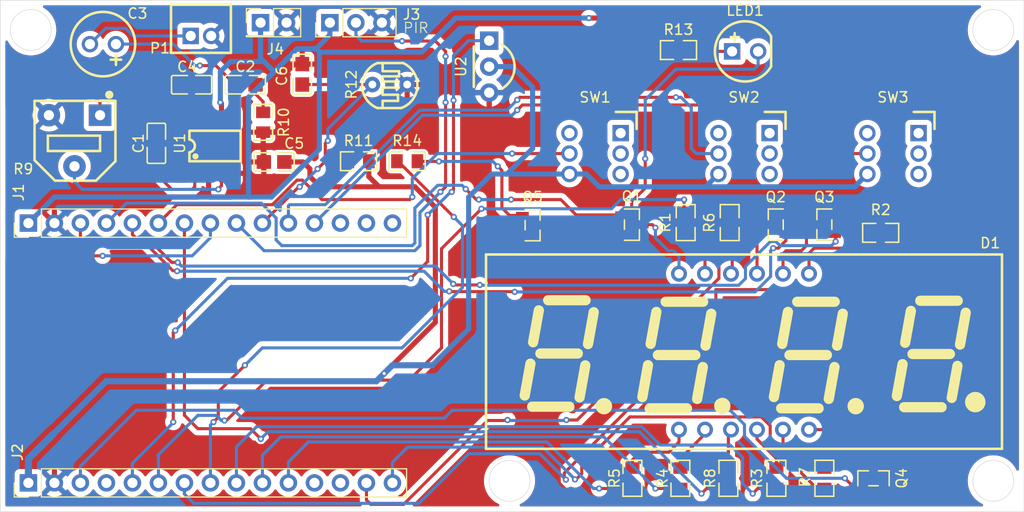
<source format=kicad_pcb>
(kicad_pcb (version 20241229) (generator "pcbnew") (generator_version "9.0")
  (layers (0 "F.Cu" signal) (2 "B.Cu" signal) (13 "F.Paste" user) (15 "B.Paste" user) (5 "F.SilkS" user "F.Silkscreen") (7 "B.SilkS" user "B.Silkscreen") (1 "F.Mask" user) (3 "B.Mask" user) (25 "Edge.Cuts" user))
  (net 0 "")
  (net 1 "/D13")
  (net 2 "/D12")
  (net 3 "Net-(C1-Pad1)")
  (net 4 "Net-(D1-DP)")
  (net 5 "Net-(C1-Pad2)")
  (net 6 "/D18")
  (net 8 "Net-(D1-C)")
  (net 11 "/D33")
  (net 12 "/D32")
  (net 13 "/D27")
  (net 14 "/D15")
  (net 15 "Net-(D1-E)")
  (net 16 "/D17")
  (net 18 "/D19")
  (net 19 "/D5")
  (net 20 "unconnected-(J2-Pin_13-Pad13)")
  (net 21 "/D16")
  (net 22 "Net-(D1-D)")
  (net 23 "+3V3")
  (net 25 "Net-(D1-B)")
  (net 26 "/D4")
  (net 27 "GND")
  (net 28 "Net-(D1-A)")
  (net 29 "Net-(D1-G)")
  (net 30 "Net-(D1-F)")
  (net 31 "/D26_DP")
  (net 32 "/D14")
  (net 33 "/D21")
  (net 34 "/D23")
  (net 35 "/D22")
  (net 36 "/COM1")
  (net 37 "/COM4")
  (net 38 "/COM2")
  (net 39 "/COM3")
  (net 40 "VS")
  (net 41 "Net-(C2-Pad2)")
  (net 42 "Net-(C3-Pad2)")
  (net 43 "/D25")
  (net 44 "Net-(U1-+INPUT)")
  (net 45 "Net-(U1-OUTPUT)")
  (net 46 "Net-(U1-BYPASS)")
  (net 47 "/D34")
  (net 48 "/D35")
  (net 61 "Net-(LED1-K)")
  (net 62 "Net-(LED1-A)")
  (net 63 "Net-(Q5-B)")
  (footprint "easyeda2kicad:C0805" (layer "F.Cu") (at 98.69 98.27)
    (property "Reference" "C4")
    (property "Value" "CL21A106KAYNNNE")
  )
  (footprint "easyeda2kicad:R0805" (layer "F.Cu") (at 151.125 136.75 90)
    (property "Reference" "R8")
    (property "Value" "0805W8F3300T5E")
  )
  (footprint "easyeda2kicad:SW-TH_6P-L7.0-W7.0-P2.00" (layer "F.Cu") (at 167.2 105)
    (property "Reference" "SW3")
    (property "Value" "PS-7054DVB-6PN")
  )
  (footprint "easyeda2kicad:R0805" (layer "F.Cu") (at 146.95 111.75 -90)
    (property "Reference" "R1")
    (property "Value" "0805W8F3300T5E")
  )
  (footprint "easyeda2kicad:SW-TH_6P-L7.0-W7.0-P2.00" (layer "F.Cu") (at 152.65 105)
    (property "Reference" "SW2")
    (property "Value" "PS-7054DVB-6PN")
  )
  (footprint "easyeda2kicad:SW-TH_6P-L7.0-W7.0-P2.00" (layer "F.Cu") (at 138.1 105)
    (property "Reference" "SW1")
    (property "Value" "PS-7054DVB-6PN")
  )
  (footprint "easyeda2kicad:R0805" (layer "F.Cu") (at 151.25 111.75 -90)
    (property "Reference" "R6")
    (property "Value" "0805W8F3300T5E")
  )
  (footprint "easyeda2kicad:RES-TH_L5.1-W4.3-P3.40-D0.5" (layer "F.Cu") (at 118.05 98.25 90)
    (property "Reference" "R12")
    (property "Value" "GL5516")
  )
  (footprint "Connector_PinHeader_2.54mm:PinHeader_1x15_P2.54mm_Vertical" (layer "F.Cu") (at 82.75 111.8 90)
    (property "Reference" "J1")
    (property "Value" "Conn_01x15_Pin")
  )
  (footprint "easyeda2kicad:R0805_NEW" (layer "F.Cu") (at 105.68 101.94 -90)
    (property "Reference" "R10")
    (property "Value" "0805W8F100JT5E")
  )
  (footprint "easyeda2kicad:SOT-23-3_L2.9-W1.3-P1.90-LS2.4-BR" (layer "F.Cu") (at 155.75 111.95)
    (property "Reference" "Q2")
    (property "Value" "BS170FTA_C5236685")
  )
  (footprint "easyeda2kicad:LED-SEG-TH_FJ5461AH" (layer "F.Cu") (at 152.65 124.37)
    (property "Reference" "D1")
    (property "Value" "FJ5461AH red")
  )
  (footprint "easyeda2kicad:SOP-8_L4.9-W3.9-P1.27-LS6.0-BL" (layer "F.Cu") (at 100.98 104.25)
    (property "Reference" "U1")
    (property "Value" "LM386G-S08-R")
  )
  (footprint "easyeda2kicad:R0805" (layer "F.Cu") (at 155.8125 136.75 90)
    (property "Reference" "R3")
    (property "Value" "0805W8F3300T5E")
  )
  (footprint "easyeda2kicad:SOT-23-3_L2.9-W1.3-P1.90-LS2.4-BR" (layer "F.Cu") (at 160.5 111.95)
    (property "Reference" "Q3")
    (property "Value" "BS170FTA_C5236685")
  )
  (footprint "easyeda2kicad:R0805" (layer "F.Cu") (at 115 105.75)
    (property "Reference" "R11")
    (property "Value" "0805W8F1002T5E")
  )
  (footprint "Connector_PinHeader_2.54mm:PinHeader_2x01_P2.54mm_Vertical" (layer "F.Cu") (at 105.425 92.2)
    (property "Reference" "J4")
    (property "Value" "Conn_01x02_Pin")
  )
  (footprint "easyeda2kicad:CONN-TH_2P-P2.00_PH-2A_C2319" (layer "F.Cu") (at 99.6 93.5 180)
    (property "Reference" "P1")
    (property "Value" "PH-2A_C2319")
  )
  (footprint "easyeda2kicad:RES-ADJ-SMD_RM065-V1" (layer "F.Cu") (at 87.25 103.75 180)
    (property "Reference" "R9")
    (property "Value" "RM065-103(10K)")
  )
  (footprint "easyeda2kicad:CAP-TH_BD6.3-P2.50-D1.0-FD" (layer "F.Cu") (at 90.03 94.3 180)
    (property "Reference" "C3")
    (property "Value" "220uF 16V 6.3*7")
  )
  (footprint "easyeda2kicad:SOT-23-3_L2.9-W1.3-P1.90-LS2.4-BR" (layer "F.Cu") (at 132 112 180)
    (property "Reference" "Q5")
    (property "Value" "SS8050_C2150")
  )
  (footprint "easyeda2kicad:R0805" (layer "F.Cu") (at 146.25 94.88)
    (property "Reference" "R13")
    (property "Value" "0805W8F3300T5E")
  )
  (footprint "easyeda2kicad:C0805" (layer "F.Cu") (at 103.94 98.27)
    (property "Reference" "C2")
    (property "Value" "CL21B473KBCNNNC")
  )
  (footprint "easyeda2kicad:LED-TH_BD5.8-P2.54-RD" (layer "F.Cu") (at 152.76 95.01)
    (property "Reference" "LED1")
    (property "Value" "DY-324SVRC-H23-P-A4(FH)")
  )
  (footprint "Connector_PinHeader_2.54mm:PinHeader_1x15_P2.54mm_Vertical" (layer "F.Cu") (at 82.75 137.2 90)
    (property "Reference" "J2")
    (property "Value" "Conn_01x15_Pin")
  )
  (footprint "easyeda2kicad:R0805" (layer "F.Cu") (at 160.5 136.75 90)
    (property "Reference" "R7")
    (property "Value" "0805W8F3300T5E")
  )
  (footprint "easyeda2kicad:C0805" (layer "F.Cu") (at 109.5 97.25 90)
    (property "Reference" "C6")
    (property "Value" "C0805X104K251T")
  )
  (footprint "easyeda2kicad:C0805" (layer "F.Cu") (at 106.75 105.82 180)
    (property "Reference" "C5")
    (property "Value" "C0805X104K251T")
  )
  (footprint "easyeda2kicad:R0805" (layer "F.Cu") (at 141.75 136.75 90)
    (property "Reference" "R5")
    (property "Value" "0805W8F3300T5E")
  )
  (footprint "Connector_PinHeader_2.54mm:PinHeader_1x03_P2.54mm_Vertical" (layer "F.Cu") (at 112.2 92.2 90)
    (property "Reference" "J3")
    (property "Value" "Conn_01x03_Pin")
  )
  (footprint "easyeda2kicad:SOT-23-3_L2.9-W1.3-P1.90-LS2.4-BR" (layer "F.Cu") (at 141.7 111.95 180)
    (property "Reference" "Q1")
    (property "Value" "BS170FTA_C5236685")
  )
  (footprint "easyeda2kicad:R0805" (layer "F.Cu") (at 146.4375 136.75 90)
    (property "Reference" "R4")
    (property "Value" "0805W8F3300T5E")
  )
  (footprint "easyeda2kicad:TO-92-3_L4.8-W3.7-P2.54-L" (layer "F.Cu") (at 127.757724 96.5 -90)
    (property "Reference" "U2")
    (property "Value" "TMP36GT9Z(UMW)")
  )
  (footprint "easyeda2kicad:R0805" (layer "F.Cu") (at 119.75 105.75 180)
    (property "Reference" "R14")
    (property "Value" "0805W8F1002T5E")
  )
  (footprint "easyeda2kicad:C0805" (layer "F.Cu") (at 95.25 104 90)
    (property "Reference" "C1")
    (property "Value" "CL21A106KAYNNNE")
  )
  (footprint "easyeda2kicad:R0805" (layer "F.Cu") (at 166 112.75 180)
    (property "Reference" "R2")
    (property "Value" "0805W8F3300T5E")
  )
  (footprint "easyeda2kicad:SOT-23-3_L2.9-W1.3-P1.90-LS2.4-BR" (layer "F.Cu") (at 165.3 136.75 -90)
    (property "Reference" "Q4")
    (property "Value" "BS170FTA_C5236685")
  )
  (gr_rect (start 80 90.01) (end 180 140) (stroke (width 0.05)) (fill no) (layer "Edge.Cuts"))
  (gr_circle (center 129.75 137) (end 131.75 137) (stroke (width 0.05)) (fill no) (layer "Edge.Cuts"))
  (gr_circle (center 177 92.91) (end 179 92.91) (stroke (width 0.05)) (fill no) (layer "Edge.Cuts"))
  (gr_circle (center 82.98 92.91) (end 84.98 92.91) (stroke (width 0.05)) (fill no) (layer "Edge.Cuts"))
  (gr_circle (center 177 137) (end 179 137) (stroke (width 0.05)) (fill no) (layer "Edge.Cuts"))
  (gr_text "PIR" (at 119.3 93.3 0) (layer "F.SilkS") (effects (font (size 1 1) (thickness 0.1)) (justify left bottom)))
  (segment (start 126.75 118.5) (end 130.224 118.5) (width 0.3) (layer "F.Cu") (net 1))
  (segment (start 87.83 113.33) (end 87.83 111.8) (width 0.3) (layer "F.Cu") (net 1))
  (segment (start 97.243391 116.46051) (end 96.861989 116.46051) (width 0.3) (layer "F.Cu") (net 1))
  (segment (start 155.5 114.25) (end 156 114.25) (width 0.3) (layer "F.Cu") (net 1))
  (segment (start 96.861989 116.46051) (end 94.15148 113.75) (width 0.3) (layer "F.Cu") (net 1))
  (segment (start 94.15148 113.75) (end 88.25 113.75) (width 0.3) (layer "F.Cu") (net 1))
  (segment (start 130.224 118.5) (end 130.25 118.526) (width 0.3) (layer "F.Cu") (net 1))
  (segment (start 126.746679 118.496679) (end 126.75 118.5) (width 0.3) (layer "F.Cu") (net 1))
  (segment (start 156 114.25) (end 156.75 113.5) (width 0.3) (layer "F.Cu") (net 1))
  (segment (start 123.8837 118.496679) (end 126.746679 118.496679) (width 0.3) (layer "F.Cu") (net 1))
  (segment (start 88.25 113.75) (end 87.83 113.33) (width 0.3) (layer "F.Cu") (net 1))
  (segment (start 156.75 113.5) (end 156.75 112.9) (width 0.3) (layer "F.Cu") (net 1))
  (segment (start 123.858391 118.47137) (end 123.8837 118.496679) (width 0.3) (layer "F.Cu") (net 1))
  (segment (start 97.273691 116.49081) (end 97.243391 116.46051) (width 0.3) (layer "F.Cu") (net 1))
  (via (at 130.25 118.526) (size 0.6) (drill 0.3) (layers "F.Cu" "B.Cu") (net 1))
  (via (at 97.273691 116.49081) (size 0.6) (drill 0.3) (layers "F.Cu" "B.Cu") (net 1))
  (via (at 123.858391 118.47137) (size 0.6) (drill 0.3) (layers "F.Cu" "B.Cu") (net 1))
  (via (at 155.5 114.25) (size 0.6) (drill 0.3) (layers "F.Cu" "B.Cu") (net 1))
  (segment (start 130.25 118.526) (end 153.736405 118.526) (width 0.3) (layer "B.Cu") (net 1))
  (segment (start 123.37137 118.47137) (end 123.858391 118.47137) (width 0.3) (layer "B.Cu") (net 1))
  (segment (start 97.303991 116.46051) (end 97.361902 116.46051) (width 0.3) (layer "B.Cu") (net 1))
  (segment (start 97.361902 116.46051) (end 97.402392 116.501) (width 0.3) (layer "B.Cu") (net 1))
  (segment (start 97.402392 116.501) (end 121.401 116.501) (width 0.3) (layer "B.Cu") (net 1))
  (segment (start 155.25 114.5) (end 155.5 114.25) (width 0.3) (layer "B.Cu") (net 1))
  (segment (start 153.736405 118.526) (end 155.25 117.012405) (width 0.3) (layer "B.Cu") (net 1))
  (segment (start 155.25 117.012405) (end 155.25 114.5) (width 0.3) (layer "B.Cu") (net 1))
  (segment (start 97.273691 116.49081) (end 97.303991 116.46051) (width 0.3) (layer "B.Cu") (net 1))
  (segment (start 121.401 116.501) (end 123.37137 118.47137) (width 0.3) (layer "B.Cu") (net 1))
  (segment (start 129.9 109.5) (end 134.75 109.5) (width 0.3) (layer "F.Cu") (net 2))
  (segment (start 134.75 109.5) (end 136.25 111) (width 0.3) (layer "F.Cu") (net 2))
  (segment (start 136.25 111) (end 140.7 111) (width 0.3) (layer "F.Cu") (net 2))
  (segment (start 126.5 109.5) (end 126.75 109.5) (width 0.3) (layer "F.Cu") (net 2))
  (segment (start 125.469669 108.469669) (end 126.5 109.5) (width 0.3) (layer "F.Cu") (net 2))
  (via (at 129.9 109.5) (size 0.6) (drill 0.3) (layers "F.Cu" "B.Cu") (net 2))
  (via (at 126.75 109.5) (size 0.6) (drill 0.3) (layers "F.Cu" "B.Cu") (net 2))
  (via (at 125.469669 108.469669) (size 0.6) (drill 0.3) (layers "F.Cu" "B.Cu") (net 2))
  (segment (start 106.823236 111.176764) (end 106.949 111.302529) (width 0.3) (layer "B.Cu") (net 2))
  (segment (start 107.501 113.999) (end 120.251 113.999) (width 0.3) (layer "B.Cu") (net 2))
  (segment (start 120.499 113.751) (end 120.499 110.330346) (width 0.3) (layer "B.Cu") (net 2))
  (segment (start 105.497471 109.851) (end 106.823236 111.176764) (width 0.3) (layer "B.Cu") (net 2))
  (segment (start 107.5 114) (end 107.501 113.999) (width 0.3) (layer "B.Cu") (net 2))
  (segment (start 120.251 113.999) (end 120.499 113.751) (width 0.3) (layer "B.Cu") (net 2))
  (segment (start 122.730346 108.099) (end 125.099 108.099) (width 0.3) (layer "B.Cu") (net 2))
  (segment (start 125.099 108.099) (end 125.469669 108.469669) (width 0.3) (layer "B.Cu") (net 2))
  (segment (start 92.319 109.851) (end 105.497471 109.851) (width 0.3) (layer "B.Cu") (net 2))
  (segment (start 120.499 110.330346) (end 122.730346 108.099) (width 0.3) (layer "B.Cu") (net 2))
  (segment (start 90.37 111.8) (end 92.319 109.851) (width 0.3) (layer "B.Cu") (net 2))
  (segment (start 126.75 109.5) (end 129.9 109.5) (width 0.3) (layer "B.Cu") (net 2))
  (segment (start 106.949 113.449) (end 107.5 114) (width 0.3) (layer "B.Cu") (net 2))
  (segment (start 106.949 111.302529) (end 106.949 113.449) (width 0.3) (layer "B.Cu") (net 2))
  (segment (start 99 108.25) (end 98.75 108.5) (width 0.3) (layer "F.Cu") (net 3))
  (segment (start 95.25 107) (end 95.25 105) (width 0.3) (layer "F.Cu") (net 3))
  (segment (start 99 107) (end 99 108.25) (width 0.3) (layer "F.Cu") (net 3))
  (segment (start 96.75 108.5) (end 95.25 107) (width 0.3) (layer "F.Cu") (net 3))
  (segment (start 99.07 106.93) (end 99 107) (width 0.3) (layer "F.Cu") (net 3))
  (segment (start 98.75 108.5) (end 96.75 108.5) (width 0.3) (layer "F.Cu") (net 3))
  (segment (start 151.125 132.245) (end 151.38 131.99) (width 0.3) (layer "F.Cu") (net 4))
  (segment (start 151.125 135.75) (end 151.125 132.245) (width 0.3) (layer "F.Cu") (net 4))
  (segment (start 95.25 100.75) (end 95.25 103) (width 0.3) (layer "F.Cu") (net 5))
  (segment (start 96 100) (end 95.25 100.75) (width 0.3) (layer "F.Cu") (net 5))
  (segment (start 98.75 100) (end 96 100) (width 0.3) (layer "F.Cu") (net 5))
  (segment (start 99.07 101.57) (end 99.07 100.32) (width 0.3) (layer "F.Cu") (net 5))
  (segment (start 99.07 100.32) (end 98.75 100) (width 0.3) (layer "F.Cu") (net 5))
  (segment (start 155.8125 137.75) (end 154 137.75) (width 0.3) (layer "F.Cu") (net 6))
  (segment (start 154 137.75) (end 153.5 138.25) (width 0.3) (layer "F.Cu") (net 6))
  (via (at 153.5 138.25) (size 0.6) (drill 0.3) (layers "F.Cu" "B.Cu") (net 6))
  (segment (start 142.65852 131.7) (end 105.05 131.7) (width 0.3) (layer "B.Cu") (net 6))
  (segment (start 103.07 133.68) (end 103.07 137.2) (width 0.3) (layer "B.Cu") (net 6))
  (segment (start 153.5 138.25) (end 152.506 137.256) (width 0.3) (layer "B.Cu") (net 6))
  (segment (start 105.05 131.7) (end 103.07 133.68) (width 0.3) (layer "B.Cu") (net 6))
  (segment (start 151.297594 133.5) (end 144.45852 133.5) (width 0.3) (layer "B.Cu") (net 6))
  (segment (start 144.45852 133.5) (end 142.65852 131.7) (width 0.3) (layer "B.Cu") (net 6))
  (segment (start 152.506 137.256) (end 152.506 134.708406) (width 0.3) (layer "B.Cu") (net 6))
  (segment (start 152.506 134.708406) (end 151.297594 133.5) (width 0.3) (layer "B.Cu") (net 6))
  (segment (start 153.92 132.92) (end 153.92 131.99) (width 0.3) (layer "F.Cu") (net 8))
  (segment (start 155.8125 135.75) (end 155.8125 134.8125) (width 0.3) (layer "F.Cu") (net 8))
  (segment (start 155.8125 134.8125) (end 153.92 132.92) (width 0.3) (layer "F.Cu") (net 8))
  (segment (start 119.25 94) (end 122.5 94) (width 0.3) (layer "F.Cu") (net 11))
  (segment (start 122.5 94) (end 123.5 95) (width 0.3) (layer "F.Cu") (net 11))
  (segment (start 123.5 100) (end 123.5 108.25) (width 0.3) (layer "F.Cu") (net 11))
  (segment (start 123.5 108.25) (end 123 108.75) (width 0.3) (layer "F.Cu") (net 11))
  (segment (start 123.5 95) (end 123.5 95.5) (width 0.3) (layer "F.Cu") (net 11))
  (via (at 123.5 95.5) (size 0.6) (drill 0.3) (layers "F.Cu" "B.Cu") (net 11))
  (via (at 123 108.75) (size 0.6) (drill 0.3) (layers "F.Cu" "B.Cu") (net 11))
  (via (at 119.25 94) (size 0.6) (drill 0.3) (layers "F.Cu" "B.Cu") (net 11))
  (via (at 123.5 100) (size 0.6) (drill 0.3) (layers "F.Cu" "B.Cu") (net 11))
  (segment (start 121 114) (end 120.5 114.5) (width 0.3) (layer "B.Cu") (net 11))
  (segment (start 114.74 93.44) (end 114.74 92.2) (width 0.3) (layer "B.Cu") (net 11))
  (segment (start 121 110.75) (end 121 114) (width 0.3) (layer "B.Cu") (net 11))
  (segment (start 105.77 114.5) (end 103.07 111.8) (width 0.3) (layer "B.Cu") (net 11))
  (segment (start 120.5 114.5) (end 105.77 114.5) (width 0.3) (layer "B.Cu") (net 11))
  (segment (start 115.3 94) (end 114.74 93.44) (width 0.3) (layer "B.Cu") (net 11))
  (segment (start 114.6 91.66) (end 114.76 91.5) (width 0.3) (layer "B.Cu") (net 11))
  (segment (start 119.25 94) (end 115.3 94) (width 0.3) (layer "B.Cu") (net 11))
  (segment (start 123.5 95.5) (end 123.5 100) (width 0.3) (layer "B.Cu") (net 11))
  (segment (start 123 108.75) (end 121 110.75) (width 0.3) (layer "B.Cu") (net 11))
  (segment (start 114 105.75) (end 111.75 105.75) (width 0.3) (layer "F.Cu") (net 12))
  (segment (start 116.35 98.25) (end 109.5 98.25) (width 0.3) (layer "F.Cu") (net 12))
  (segment (start 111.75 105.75) (end 111.75 104) (width 0.3) (layer "F.Cu") (net 12))
  (segment (start 109.16 108.25) (end 109.25 108.25) (width 0.3) (layer "F.Cu") (net 12))
  (segment (start 111 106.5) (end 111.75 105.75) (width 0.3) (layer "F.Cu") (net 12))
  (segment (start 111.75 104) (end 112 103.75) (width 0.3) (layer "F.Cu") (net 12))
  (segment (start 105.61 111.8) (end 109.16 108.25) (width 0.3) (layer "F.Cu") (net 12))
  (via (at 111 106.5) (size 0.6) (drill 0.3) (layers "F.Cu" "B.Cu") (net 12))
  (via (at 109.25 108.25) (size 0.6) (drill 0.3) (layers "F.Cu" "B.Cu") (net 12))
  (via (at 112 103.75) (size 0.6) (drill 0.3) (layers "F.Cu" "B.Cu") (net 12))
  (segment (start 112 102.6) (end 116.35 98.25) (width 0.3) (layer "B.Cu") (net 12))
  (segment (start 112 103.75) (end 112 102.6) (width 0.3) (layer "B.Cu") (net 12))
  (segment (start 109.25 108.25) (end 111 106.5) (width 0.3) (layer "B.Cu") (net 12))
  (segment (start 106.579346 110) (end 97.25 110) (width 0.3) (layer "F.Cu") (net 13))
  (segment (start 108.980346 107.599) (end 106.579346 110) (width 0.3) (layer "F.Cu") (net 13))
  (segment (start 130 105) (end 135.6 105) (width 0.3) (layer "F.Cu") (net 13))
  (segment (start 120 109.5) (end 111.420654 109.5) (width 0.3) (layer "F.Cu") (net 13))
  (segment (start 111.420654 109.5) (end 109.519654 107.599) (width 0.3) (layer "F.Cu") (net 13))
  (segment (start 120.25 109.25) (end 120 109.5) (width 0.3) (layer "F.Cu") (net 13))
  (segment (start 109.519654 107.599) (end 108.980346 107.599) (width 0.3) (layer "F.Cu") (net 13))
  (segment (start 97.25 110) (end 95.45 111.8) (width 0.3) (layer "F.Cu") (net 13))
  (via (at 130 105) (size 0.6) (drill 0.3) (layers "F.Cu" "B.Cu") (net 13))
  (via (at 120.25 109.25) (size 0.6) (drill 0.3) (layers "F.Cu" "B.Cu") (net 13))
  (segment (start 120.25 109.25) (end 120.25 107.45) (width 0.3) (layer "B.Cu") (net 13))
  (segment (start 120.25 107.45) (end 122.7 105) (width 0.3) (layer "B.Cu") (net 13))
  (segment (start 122.7 105) (end 130 105) (width 0.3) (layer "B.Cu") (net 13))
  (segment (start 163.5 137.75) (end 162.5 136.75) (width 0.3) (layer "F.Cu") (net 14))
  (segment (start 164.35 137.75) (end 163.5 137.75) (width 0.3) (layer "F.Cu") (net 14))
  (via (at 162.5 136.75) (size 0.6) (drill 0.3) (layers "F.Cu" "B.Cu") (net 14))
  (segment (start 87.83 135.57) (end 87.83 137.2) (width 0.3) (layer "B.Cu") (net 14))
  (segment (start 162.5 136.75) (end 156.799595 136.75) (width 0.3) (layer "B.Cu") (net 14))
  (segment (start 151.3 130.1) (end 124.15 130.1) (width 0.3) (layer "B.Cu") (net 14))
  (segment (start 102.85 130.1) (end 93.3 130.1) (width 0.3) (layer "B.Cu") (net 14))
  (segment (start 156.799595 136.75) (end 152.7 132.650405) (width 0.3) (layer "B.Cu") (net 14))
  (segment (start 152.7 131.5) (end 151.3 130.1) (width 0.3) (layer "B.Cu") (net 14))
  (segment (start 124.15 130.1) (end 123.386 130.864) (width 0.3) (layer "B.Cu") (net 14))
  (segment (start 152.7 132.650405) (end 152.7 131.5) (width 0.3) (layer "B.Cu") (net 14))
  (segment (start 103.625 130.875) (end 102.85 130.1) (width 0.3) (layer "B.Cu") (net 14))
  (segment (start 93.3 130.1) (end 87.83 135.57) (width 0.3) (layer "B.Cu") (net 14))
  (segment (start 123.375 130.875) (end 103.625 130.875) (width 0.3) (layer "B.Cu") (net 14))
  (segment (start 141.75 135.75) (end 141.75 134.95) (width 0.3) (layer "F.Cu") (net 15))
  (segment (start 146.3 133.2) (end 146.3 131.99) (width 0.3) (layer "F.Cu") (net 15))
  (segment (start 141.75 134.95) (end 142.5 134.2) (width 0.3) (layer "F.Cu") (net 15))
  (segment (start 142.5 134.2) (end 145.3 134.2) (width 0.3) (layer "F.Cu") (net 15))
  (segment (start 145.3 134.2) (end 146.3 133.2) (width 0.3) (layer "F.Cu") (net 15))
  (segment (start 161.45 118.3) (end 149.9 118.3) (width 0.3) (layer "F.Cu") (net 16))
  (segment (start 135.101 136.739479) (end 135.249999 136.888478) (width 0.3) (layer "F.Cu") (net 16))
  (segment (start 135.101 136.228346) (end 135.101 136.739479) (width 0.3) (layer "F.Cu") (net 16))
  (segment (start 149.9 118.3) (end 149.9 121.429346) (width 0.3) (layer "F.Cu") (net 16))
  (segment (start 149.9 121.429346) (end 135.101 136.228346) (width 0.3) (layer "F.Cu") (net 16))
  (segment (start 167 112.75) (end 161.45 118.3) (width 0.3) (layer "F.Cu") (net 16))
  (via (at 135.249999 136.888478) (size 0.6) (drill 0.3) (layers "F.Cu" "B.Cu") (net 16))
  (segment (start 132.710521 134.349) (end 125.751 134.349) (width 0.3) (layer "B.Cu") (net 16))
  (segment (start 135.249999 136.888478) (end 132.710521 134.349) (width 0.3) (layer "B.Cu") (net 16))
  (segment (start 125.751 134.349) (end 120.9 139.2) (width 0.3) (layer "B.Cu") (net 16))
  (segment (start 120.9 139.2) (end 98.9 139.2) (width 0.3) (layer "B.Cu") (net 16))
  (segment (start 98.9 139.2) (end 97.99 138.29) (width 0.3) (layer "B.Cu") (net 16))
  (segment (start 97.99 138.29) (end 97.99 137.2) (width 0.3) (layer "B.Cu") (net 16))
  (segment (start 146.4375 137.75) (end 144 137.75) (width 0.3) (layer "F.Cu") (net 18))
  (via (at 144 137.75) (size 0.6) (drill 0.3) (layers "F.Cu" "B.Cu") (net 18))
  (segment (start 138.952 132.702) (end 107.398 132.702) (width 0.3) (layer "B.Cu") (net 18))
  (segment (start 105.61 134.49) (end 105.61 137.2) (width 0.3) (layer "B.Cu") (net 18))
  (segment (start 144 137.75) (end 138.952 132.702) (width 0.3) (layer "B.Cu") (net 18))
  (segment (start 107.398 132.702) (end 105.61 134.49) (width 0.3) (layer "B.Cu") (net 18))
  (segment (start 123.400058 110.300058) (end 123.4 110.300058) (width 0.3) (layer "F.Cu") (net 19))
  (segment (start 100.830762 131.250001) (end 101.3 130.780763) (width 0.3) (layer "F.Cu") (net 19))
  (segment (start 118.849942 105.75) (end 118.75 105.75) (width 0.3) (layer "F.Cu") (net 19))
  (segment (start 101.3 128.3) (end 103.9 125.7) (width 0.3) (layer "F.Cu") (net 19))
  (segment (start 124.3 111.2) (end 123.400058 110.300058) (width 0.3) (layer "F.Cu") (net 19))
  (segment (start 101.3 130.780763) (end 101.3 128.3) (width 0.3) (layer "F.Cu") (net 19))
  (segment (start 123.4 110.300058) (end 118.849942 105.75) (width 0.3) (layer "F.Cu") (net 19))
  (via (at 103.9 125.7) (size 0.6) (drill 0.3) (layers "F.Cu" "B.Cu") (net 19))
  (via (at 100.830762 131.250001) (size 0.6) (drill 0.3) (layers "F.Cu" "B.Cu") (net 19))
  (via (at 124.3 111.2) (size 0.6) (drill 0.3) (layers "F.Cu" "B.Cu") (net 19))
  (segment (start 100.830762 131.250001) (end 100.53 131.550763) (width 0.3) (layer "B.Cu") (net 19))
  (segment (start 124.3 111.2) (end 125.149 112.049) (width 0.3) (layer "B.Cu") (net 19))
  (segment (start 125.149 112.049) (end 125.149 118.1) (width 0.3) (layer "B.Cu") (net 19))
  (segment (start 100.53 131.550763) (end 100.53 137.2) (width 0.3) (layer "B.Cu") (net 19))
  (segment (start 105.6 124) (end 103.9 125.7) (width 0.3) (layer "B.Cu") (net 19))
  (segment (start 125.149 118.1) (end 119.249 124) (width 0.3) (layer "B.Cu") (net 19))
  (segment (start 119.249 124) (end 105.6 124) (width 0.3) (layer "B.Cu") (net 19))
  (segment (start 113.23 137.23) (end 113.4 137.4) (width 0.3) (layer "F.Cu") (net 20))
  (segment (start 113.23 137.2) (end 113.23 137.23) (width 0.3) (layer "F.Cu") (net 20))
  (segment (start 146.8 109.5) (end 146.8 110.6) (width 0.3) (layer "F.Cu") (net 21))
  (segment (start 102.1 131.1) (end 106.049 127.151) (width 0.3) (layer "F.Cu") (net 21))
  (segment (start 119.948942 127.151) (end 123.101 123.998942) (width 0.3) (layer "F.Cu") (net 21))
  (segment (start 123.101 123.998942) (end 123.101 114.299) (width 0.3) (layer "F.Cu") (net 21))
  (segment (start 106.049 127.151) (end 119.948942 127.151) (width 0.3) (layer "F.Cu") (net 21))
  (segment (start 146.8 110.6) (end 146.95 110.75) (width 0.3) (layer "F.Cu") (net 21))
  (segment (start 123.101 114.299) (end 127 110.4) (width 0.3) (layer "F.Cu") (net 21))
  (segment (start 101.9 131.1) (end 102.1 131.1) (width 0.3) (layer "F.Cu") (net 21))
  (via (at 101.9 131.1) (size 0.6) (drill 0.3) (layers "F.Cu" "B.Cu") (net 21))
  (via (at 146.8 109.5) (size 0.6) (drill 0.3) (layers "F.Cu" "B.Cu") (net 21))
  (via (at 127 110.4) (size 0.6) (drill 0.3) (layers "F.Cu" "B.Cu") (net 21))
  (segment (start 140.6 109.5) (end 146.8 109.5) (width 0.3) (layer "B.Cu") (net 21))
  (segment (start 95.4 134.5) (end 95.45 134.55) (width 0.3) (layer "B.Cu") (net 21))
  (segment (start 146.8 109.5) (end 146.9 109.6) (width 0.3) (layer "B.Cu") (net 21))
  (segment (start 95.45 134.55) (end 95.45 137.2) (width 0.3) (layer "B.Cu") (net 21))
  (segment (start 127 110.4) (end 139.7 110.4) (width 0.3) (layer "B.Cu") (net 21))
  (segment (start 139.9 110.2) (end 140.6 109.5) (width 0.3) (layer "B.Cu") (net 21))
  (segment (start 101.6 131.1) (end 101.1 130.6) (width 0.3) (layer "B.Cu") (net 21))
  (segment (start 139.7 110.4) (end 139.9 110.2) (width 0.3) (layer "B.Cu") (net 21))
  (segment (start 101.1 130.6) (end 99.3 130.6) (width 0.3) (layer "B.Cu") (net 21))
  (segment (start 99.3 130.6) (end 95.4 134.5) (width 0.3) (layer "B.Cu") (net 21))
  (segment (start 101.9 131.1) (end 101.6 131.1) (width 0.3) (layer "B.Cu") (net 21))
  (segment (start 148.84 132.41) (end 148.84 131.99) (width 0.3) (layer "F.Cu") (net 22))
  (segment (start 146.4375 135.75) (end 146.4375 134.8125) (width 0.3) (layer "F.Cu") (net 22))
  (segment (start 146.4375 134.8125) (end 148.84 132.41) (width 0.3) (layer "F.Cu") (net 22))
  (segment (start 117.25 108.25) (end 111.25 108.25) (width 0.5) (layer "F.Cu") (net 23))
  (segment (start 122.5 121.5) (end 122.5 110.25) (width 0.5) (layer "F.Cu") (net 23))
  (segment (start 117.25 108.25) (end 117 108.25) (width 0.5) (layer "F.Cu") (net 23))
  (segment (start 117 108.25) (end 116 107.25) (width 0.5) (layer "F.Cu") (net 23))
  (segment (start 116 107.25) (end 116 105.75) (width 0.5) (layer "F.Cu") (net 23))
  (segment (start 120.5 108.25) (end 117.25 108.25) (width 0.5) (layer "F.Cu") (net 23))
  (segment (start 111.25 108.25) (end 110.25 107.25) (width 0.5) (layer "F.Cu") (net 23))
  (segment (start 110.25 107.25) (end 110.25 106.5) (width 0.5) (layer "F.Cu") (net 23))
  (segment (start 122.5 110.25) (end 120.5 108.25) (width 0.5) (layer "F.Cu") (net 23))
  (segment (start 117.5 126.5) (end 122.5 121.5) (width 0.5) (layer "F.Cu") (net 23))
  (segment (start 109.57 105.82) (end 107.75 105.82) (width 0.5) (layer "F.Cu") (net 23))
  (segment (start 110.25 106.5) (end 109.57 105.82) (width 0.5) (layer "F.Cu") (net 23))
  (via (at 117.5 126.5) (size 0.6) (drill 0.3) (layers "F.Cu" "B.Cu") (net 23))
  (segment (start 116.74 127.26) (end 117.5 126.5) (width 0.6) (layer "B.Cu") (net 23))
  (segment (start 128 107) (end 125.75 109.25) (width 0.5) (layer "B.Cu") (net 23))
  (segment (start 129.5 107) (end 135.6 107) (width 0.5) (layer "B.Cu") (net 23))
  (segment (start 118.3 125.7) (end 122.2 125.7) (width 0.6) (layer "B.Cu") (net 23))
  (segment (start 163.75 107.95) (end 164.7 107) (width 0.5) (layer "B.Cu") (net 23))
  (segment (start 132 98.5) (end 130 96.5) (width 0.5) (layer "B.Cu") (net 23))
  (segment (start 137.25 107) (end 138.5 108.25) (width 0.5) (layer "B.Cu") (net 23))
  (segment (start 125.75 109.25) (end 125.75 122.15) (width 0.5) (layer "B.Cu") (net 23))
  (segment (start 85.2 132.4) (end 90.34 127.26) (width 0.6) (layer "B.Cu") (net 23))
  (segment (start 138.5 108.25) (end 148.9 108.25) (width 0.5) (layer "B.Cu") (net 23))
  (segment (start 129.5 107) (end 132 104.5) (width 0.5) (layer "B.Cu") (net 23))
  (segment (start 148.9 108.25) (end 150.15 107) (width 0.5) (layer "B.Cu") (net 23))
  (segment (start 148.9 108.25) (end 163.5 108.25) (width 0.5) (layer "B.Cu") (net 23))
  (segment (start 82.75 137.2) (end 82.75 134.85) (width 0.7) (layer "B.Cu") (net 23))
  (segment (start 129.5 107) (end 128 107) (width 0.5) (layer "B.Cu") (net 23))
  (segment (start 82.75 134.85) (end 85.2 132.4) (width 0.7) (layer "B.Cu") (net 23))
  (segment (start 117.5 126.5) (end 118.3 125.7) (width 0.6) (layer "B.Cu") (net 23))
  (segment (start 125.75 122.15) (end 122.2 125.7) (width 0.5) (layer "B.Cu") (net 23))
  (segment (start 90.34 127.26) (end 116.74 127.26) (width 0.6) (layer "B.Cu") (net 23))
  (segment (start 163.5 108.25) (end 163.75 108) (width 0.5) (layer "B.Cu") (net 23))
  (segment (start 163.75 108) (end 163.75 107.95) (width 0.5) (layer "B.Cu") (net 23))
  (segment (start 135.6 107) (end 137.25 107) (width 0.5) (layer "B.Cu") (net 23))
  (segment (start 130 96.5) (end 127.757724 96.5) (width 0.5) (layer "B.Cu") (net 23))
  (segment (start 132 104.5) (end 132 98.5) (width 0.5) (layer "B.Cu") (net 23))
  (segment (start 165 112.75) (end 165 114) (width 0.3) (layer "F.Cu") (net 25))
  (segment (start 159 114.75) (end 159 116.75) (width 0.3) (layer "F.Cu") (net 25))
  (segment (start 165 114) (end 164.75 114.25) (width 0.3) (layer "F.Cu") (net 25))
  (segment (start 159.5 114.25) (end 159 114.75) (width 0.3) (layer "F.Cu") (net 25))
  (segment (start 164.75 114.25) (end 159.5 114.25) (width 0.3) (layer "F.Cu") (net 25))
  (segment (start 124.1 108.749) (end 124.271948 108.577052) (width 0.3) (layer "F.Cu") (net 26))
  (segment (start 121.75 115.55) (end 121.75 111) (width 0.3) (layer "F.Cu") (net 26))
  (segment (start 120.1 117.2) (end 121.75 115.55) (width 0.3) (layer "F.Cu") (net 26))
  (segment (start 96.9 122.5) (end 97.1 122.3) (width 0.3) (layer "F.Cu") (net 26))
  (segment (start 124.271948 108.577052) (end 124.271948 99.789999) (width 0.3) (layer "F.Cu") (net 26))
  (segment (start 96.9 131.25) (end 96.9 122.5) (width 0.3) (layer "F.Cu") (net 26))
  (via (at 96.9 131.25) (size 0.6) (drill 0.3) (layers "F.Cu" "B.Cu") (net 26))
  (via (at 124.271948 99.789999) (size 0.6) (drill 0.3) (layers "F.Cu" "B.Cu") (net 26))
  (via (at 121.75 111) (size 0.6) (drill 0.3) (layers "F.Cu" "B.Cu") (net 26))
  (via (at 124.1 108.749) (size 0.6) (drill 0.3) (layers "F.Cu" "B.Cu") (net 26))
  (via (at 97.1 122.3) (size 0.6) (drill 0.3) (layers "F.Cu" "B.Cu") (net 26))
  (via (at 120.1 117.2) (size 0.6) (drill 0.3) (layers "F.Cu" "B.Cu") (net 26))
  (segment (start 92.91 135.29) (end 93 135.2) (width 0.3) (layer "B.Cu") (net 26))
  (segment (start 92.91 137.2) (end 92.91 135.29) (width 0.3) (layer "B.Cu") (net 26))
  (segment (start 96.9 131.3) (end 96.9 131.25) (width 0.3) (layer "B.Cu") (net 26))
  (segment (start 97.1 122.3) (end 102.2 117.2) (width 0.3) (layer "B.Cu") (net 26))
  (segment (start 125.74 93.96) (end 127.757724 93.96) (width 0.3) (layer "B.Cu") (net 26))
  (segment (start 121.75 111) (end 124.001 108.749) (width 0.3) (layer "B.Cu") (net 26))
  (segment (start 102.2 117.2) (end 120.1 117.2) (width 0.3) (layer "B.Cu") (net 26))
  (segment (start 124.271948 99.789999) (end 124.271948 95.428052) (width 0.3) (layer "B.Cu") (net 26))
  (segment (start 124.001 108.749) (end 124.1 108.749) (width 0.3) (layer "B.Cu") (net 26))
  (segment (start 124.271948 95.428052) (end 125.74 93.96) (width 0.3) (layer "B.Cu") (net 26))
  (segment (start 93 135.2) (end 96.9 131.3) (width 0.3) (layer "B.Cu") (net 26))
  (segment (start 105.75 108.25) (end 105.75 105.82) (width 0.5) (layer "F.Cu") (net 27))
  (segment (start 158.5 108.75) (end 158.5 109.75) (width 0.5) (layer "F.Cu") (net 27))
  (segment (start 139.5 112.9) (end 140.7 112.9) (width 0.5) (layer "F.Cu") (net 27))
  (segment (start 129.75 113.5) (end 130.3 112.95) (width 0.5) (layer "F.Cu") (net 27))
  (segment (start 104.786925 133.3) (end 105.137925 133.651) (width 0.5) (layer "F.Cu") (net 27))
  (segment (start 95.25 109.25) (end 99.25 109.25) (width 0.5) (layer "F.Cu") (net 27))
  (segment (start 107.75 97.25) (end 108.75 96.25) (width 0.5) (layer "F.Cu") (net 27))
  (segment (start 92.5 106.5) (end 92.5 100) (width 0.5) (layer "F.Cu") (net 27))
  (segment (start 100 108.75) (end 100.35 108.4) (width 0.5) (layer "F.Cu") (net 27))
  (segment (start 105.760075 133.651) (end 109.311074 130.1) (width 0.5) (layer "F.Cu") (net 27))
  (segment (start 109.5 96.25) (end 114 96.25) (width 0.5) (layer "F.Cu") (net 27))
  (segment (start 134 120.25) (end 139.5 114.75) (width 0.5) (layer "F.Cu") (net 27))
  (segment (start 99.5 109) (end 100.25 109) (width 0.5) (layer "F.Cu") (net 27))
  (segment (start 85.29 135.51) (end 87.5 133.3) (width 0.5) (layer "F.Cu") (net 27))
  (segment (start 87.5 133.3) (end 104.786925 133.3) (width 0.5) (layer "F.Cu") (net 27))
  (segment (start 119.75 98.25) (end 117.75 96.25) (width 0.5) (layer "F.Cu") (net 27))
  (segment (start 105.75 105.5) (end 105.68 105.43) (width 0.5) (layer "F.Cu") (net 27))
  (segment (start 113.75 101.75) (end 118.5 101.75) (width 0.5) (layer "F.Cu") (net 27))
  (segment (start 103.26 108.75) (end 105.25 108.75) (width 0.5) (layer "F.Cu") (net 27))
  (segment (start 134.5 137.25) (end 136.5 139.25) (width 0.5) (layer "F.Cu") (net 27))
  (segment (start 102.88 108.87) (end 102.88 108.37) (width 0.5) (layer "F.Cu") (net 27))
  (segment (start 109.311074 130.1) (end 130.1 130.1) (width 0.5) (layer "F.Cu") (net 27))
  (segment (start 112.59 102.91) (end 113.75 101.75) (width 0.5) (layer "F.Cu") (net 27))
  (segment (start 89.96 109.04) (end 92.5 106.5) (width 0.5) (layer "F.Cu") (net 27))
  (segment (start 139.5 114.75) (end 139.5 112.9) (width 0.5) (layer "F.Cu") (net 27))
  (segment (start 106.84 102.91) (end 112.59 102.91) (width 0.5) (layer "F.Cu") (net 27))
  (segment (start 118.5 101.75) (end 119.75 100.5) (width 0.5) (layer "F.Cu") (net 27))
  (segment (start 102.88 108.37) (end 102.88 106.93) (width 0.5) (layer "F.Cu") (net 27))
  (segment (start 100.5 109.25) (end 102.5 109.25) (width 0.5) (layer "F.Cu") (net 27))
  (segment (start 139.5 114.25) (end 144.25 114.25) (width 0.5) (layer "F.Cu") (net 27))
  (segment (start 123.25 98.25) (end 119.75 98.25) (width 0.5) (layer "F.Cu") (net 27))
  (segment (start 157.25 111) (end 156.75 111) (width 0.5) (layer "F.Cu") (net 27))
  (segment (start 145 113.5) (end 145 109.25) (width 0.5) (layer "F.Cu") (net 27))
  (segment (start 132.3 130.1) (end 130.1 130.1) (width 0.5) (layer "F.Cu") (net 27))
  (segment (start 124.04 99.04) (end 123.25 98.25) (width 0.5) (layer "F.Cu") (net 27))
  (segment (start 134 120.25) (end 129.75 116) (width 0.5) (layer "F.Cu") (net 27))
  (segment (start 161.5 108.9) (end 158.65 108.9) (width 0.5) (layer "F.Cu") (net 27))
  (segment (start 145 109.25) (end 145.5 108.75) (width 0.5) (layer "F.Cu") (net 27))
  (segment (start 119.75 100.5) (end 119.75 98.25) (width 0.5) (layer "F.Cu") (net 27))
  (segment (start 92.5 106.5) (end 95.25 109.25) (width 0.5) (layer "F.Cu") (net 27))
  (segment (start 158.65 108.9) (end 158.5 108.75) (width 0.5) (layer "F.Cu") (net 27))
  (segment (start 105.137925 133.651) (end 105.760075 133.651) (width 0.5) (layer "F.Cu") (net 27))
  (segment (start 161.5 108.9) (end 161.5 111) (width 0.5) (layer "F.Cu") (net 27))
  (segment (start 130.3 112.95) (end 131 112.95) (width 0.5) (layer "F.Cu") (net 27))
  (segment (start 94.27 98.27) (end 97.69 98.27) (width 0.5) (layer "F.Cu") (net 27))
  (segment (start 85.29 137.2) (end 85.29 135.51) (width 0.5) (layer "F.Cu") (net 27))
  (segment (start 117.75 96.25) (end 114 96.25) (width 0.5) (layer "F.Cu") (net 27))
  (segment (start 105.68 105.43) (end 105.68 102.91) (width 0.5) (layer "F.Cu") (net 27))
  (segment (start 134 128.4) (end 132.3 130.1) (width 0.5) (layer "F.Cu") (net 27))
  (segment (start 139.5 112.9) (end 139.5 114.25) (width 0.5) (layer "F.Cu") (net 27))
  (segment (start 105.68 102.91) (end 106.84 102.91) (width 0.5) (layer "F.Cu") (net 27))
  (segment (start 166.25 139.25) (end 166.25 137.75) (width 0.5) (layer "F.Cu") (net 27))
  (segment (start 130.1 130.1) (end 133 133) (width 0.5) (layer "F.Cu") (net 27))
  (segment (start 134.5 134.5) (end 134.5 137.25) (width 0.5) (layer "F.Cu") (net 27))
  (segment (start 129.75 116) (end 129.75 113.5) (width 0.5) (layer "F.Cu") (net 27))
  (segment (start 105.75 105.82) (end 105.75 105.5) (width 0.5) (layer "F.Cu") (net 27))
  (segment (start 92.5 100) (end 94.25 98.25) (width 0.5) (layer "F.Cu") (net 27))
  (segment (start 145.5 108.75) (end 158.5 108.75) (width 0.5) (layer "F.Cu") (net 27))
  (segment (start 144.25 114.25) (end 145 113.5) (width 0.5) (layer "F.Cu") (net 27))
  (segment (start 134 120.25) (end 134 128.4) (width 0.5) (layer "F.Cu") (net 27))
  (segment (start 127.757724 110.757724) (end 129.95 112.95) (width 0.5) (layer "F.Cu") (net 27))
  (segment (start 100.35 108.4) (end 100.35 106.93) (width 0.5) (layer "F.Cu") (net 27))
  (segment (start 85.29 109.04) (end 89.96 109.04) (width 0.5) (layer "F.Cu") (net 27))
  (segment (start 158.5 109.75) (end 157.25 111) (width 0.5) (layer "F.Cu") (net 27))
  (segment (start 102.5 109.25) (end 102.88 108.87) (width 0.5) (layer "F.Cu") (net 27))
  (segment (start 127.757724 99.04) (end 127.757724 110.757724) (width 0.5) (layer "F.Cu") (net 27))
  (segment (start 85.29 111.8) (end 85.29 109.04) (width 0.5) (layer "F.Cu") (net 27))
  (segment (start 136.5 139.25) (end 166.25 139.25) (width 0.5) (layer "F.Cu") (net 27))
  (segment (start 100 108.75) (end 100.5 109.25) (width 0.5) (layer "F.Cu") (net 27))
  (segment (start 102.88 108.37) (end 103.26 108.75) (width 0.5) (layer "F.Cu") (net 27))
  (segment (start 100.35 108.9) (end 100.35 108.4) (width 0.5) (layer "F.Cu") (net 27))
  (segment (start 129.95 112.95) (end 131 112.95) (width 0.5) (layer "F.Cu") (net 27))
  (segment (start 105.25 108.75) (end 105.75 108.25) (width 0.5) (layer "F.Cu") (net 27))
  (segment (start 100.25 109) (end 100.35 108.9) (width 0.5) (layer "F.Cu") (net 27))
  (segment (start 107.75 102) (end 107.75 97.25) (width 0.5) (layer "F.Cu") (net 27))
  (segment (start 106.84 102.91) (end 107.75 102) (width 0.5) (layer "F.Cu") (net 27))
  (segment (start 133 133) (end 134.5 134.5) (width 0.5) (layer "F.Cu") (net 27))
  (segment (start 94.25 98.25) (end 94.27 98.27) (width 0.5) (layer "F.Cu") (net 27))
  (segment (start 99.25 109.25) (end 99.5 109) (width 0.5) (layer "F.Cu") (net 27))
  (segment (start 108.75 96.25) (end 109.5 96.25) (width 0.5) (layer "F.Cu") (net 27))
  (segment (start 127.757724 99.04) (end 124.04 99.04) (width 0.5) (layer "F.Cu") (net 27))
  (segment (start 146.95 113.45) (end 148.84 115.34) (width 0.3) (layer "F.Cu") (net 28))
  (segment (start 148.84 115.34) (end 148.84 116.75) (width 0.3) (layer "F.Cu") (net 28))
  (segment (start 146.95 112.75) (end 146.95 113.45) (width 0.3) (layer "F.Cu") (net 28))
  (segment (start 160.5 135.75) (end 160.5 134.75) (width 0.3) (layer "F.Cu") (net 29))
  (segment (start 156.46 133.46) (end 156.46 131.99) (width 0.3) (layer "F.Cu") (net 29))
  (segment (start 159.5 133.75) (end 156.75 133.75) (width 0.3) (layer "F.Cu") (net 29))
  (segment (start 156.75 133.75) (end 156.46 133.46) (width 0.3) (layer "F.Cu") (net 29))
  (segment (start 160.5 134.75) (end 159.5 133.75) (width 0.3) (layer "F.Cu") (net 29))
  (segment (start 151.5 115.25) (end 151.5 116.63) (width 0.3) (layer "F.Cu") (net 30))
  (segment (start 151.25 112.75) (end 151.25 115) (width 0.3) (layer "F.Cu") (net 30))
  (segment (start 151.25 115) (end 151.5 115.25) (width 0.3) (layer "F.Cu") (net 30))
  (segment (start 151.5 116.63) (end 151.38 116.75) (width 0.3) (layer "F.Cu") (net 30))
  (segment (start 99.3 131.9) (end 97.99 130.59) (width 0.3) (layer "F.Cu") (net 31))
  (segment (start 151.125 137.75) (end 149 137.75) (width 0.3) (layer "F.Cu") (net 31))
  (segment (start 97.99 130.59) (end 97.99 111.8) (width 0.3) (layer "F.Cu") (net 31))
  (segment (start 149 137.75) (end 148.5 138.25) (width 0.3) (layer "F.Cu") (net 31))
  (segment (start 104.449 131.9) (end 99.3 131.9) (width 0.3) (layer "F.Cu") (net 31))
  (segment (start 105.449 132.9) (end 104.449 131.9) (width 0.3) (layer "F.Cu") (net 31))
  (via (at 148.5 138.25) (size 0.6) (drill 0.3) (layers "F.Cu" "B.Cu") (net 31))
  (via (at 105.449 132.9) (size 0.6) (drill 0.3) (layers "F.Cu" "B.Cu") (net 31))
  (segment (start 106.148 132.201) (end 142.451 132.201) (width 0.3) (layer "B.Cu") (net 31))
  (segment (start 105.449 132.9) (end 106.148 132.201) (width 0.3) (layer "B.Cu") (net 31))
  (segment (start 142.451 132.201) (end 148.5 138.25) (width 0.3) (layer "B.Cu") (net 31))
  (segment (start 93.249 113.249) (end 92.91 112.91) (width 0.3) (layer "F.Cu") (net 32))
  (segment (start 97.241 115.641) (end 96.750999 115.641) (width 0.3) (layer "F.Cu") (net 32))
  (segment (start 97.34 115.65) (end 97.25 115.65) (width 0.3) (layer "F.Cu") (net 32))
  (segment (start 96.750999 115.641) (end 94.359002 113.249) (width 0.3) (layer "F.Cu") (net 32))
  (segment (start 161.6 113.6) (end 161.6 113) (width 0.3) (layer "F.Cu") (net 32))
  (segment (start 161.6 113) (end 161.5 112.9) (width 0.3) (layer "F.Cu") (net 32))
  (segment (start 124.346679 117.846679) (end 124.25 117.75) (width 0.3) (layer "F.Cu") (net 32))
  (segment (start 92.91 112.91) (end 92.91 111.8) (width 0.3) (layer "F.Cu") (net 32))
  (segment (start 126.846679 117.846679) (end 124.346679 117.846679) (width 0.3) (layer "F.Cu") (net 32))
  (segment (start 97.25 115.65) (end 97.241 115.641) (width 0.3) (layer "F.Cu") (net 32))
  (segment (start 94.359002 113.249) (end 93.249 113.249) (width 0.3) (layer "F.Cu") (net 32))
  (via (at 124.25 117.75) (size 0.6) (drill 0.3) (layers "F.Cu" "B.Cu") (net 32))
  (via (at 97.34 115.65) (size 0.6) (drill 0.3) (layers "F.Cu" "B.Cu") (net 32))
  (via (at 126.846679 117.846679) (size 0.6) (drill 0.3) (layers "F.Cu" "B.Cu") (net 32))
  (via (at 161.6 113.6) (size 0.6) (drill 0.3) (layers "F.Cu" "B.Cu") (net 32))
  (segment (start 97.556506 115.866506) (end 97.56635 115.866506) (width 0.3) (layer "B.Cu") (net 32))
  (segment (start 126.876 117.876) (end 126.846679 117.846679) (width 0.3) (layer "B.Cu") (net 32))
  (segment (start 97.699844 116) (end 122.5 116) (width 0.3) (layer "B.Cu") (net 32))
  (segment (start 97.56635 115.866506) (end 97.699844 116) (width 0.3) (layer "B.Cu") (net 32))
  (segment (start 152.794 116.035346) (end 152.794 117.216405) (width 0.3) (layer "B.Cu") (net 32))
  (segment (start 156.170654 114) (end 155.769654 113.599) (width 0.3) (layer "B.Cu") (net 32))
  (segment (start 155.230346 113.599) (end 152.794 116.035346) (width 0.3) (layer "B.Cu") (net 32))
  (segment (start 161.2 114) (end 156.170654 114) (width 0.3) (layer "B.Cu") (net 32))
  (segment (start 122.5 116) (end 124.25 117.75) (width 0.3) (layer "B.Cu") (net 32))
  (segment (start 152.794 117.216405) (end 152.134405 117.876) (width 0.3) (layer "B.Cu") (net 32))
  (segment (start 97.34 115.65) (end 97.556506 115.866506) (width 0.3) (layer "B.Cu") (net 32))
  (segment (start 152.134405 117.876) (end 126.876 117.876) (width 0.3) (layer "B.Cu") (net 32))
  (segment (start 155.769654 113.599) (end 155.230346 113.599) (width 0.3) (layer "B.Cu") (net 32))
  (segment (start 161.6 113.6) (end 161.2 114) (width 0.3) (layer "B.Cu") (net 32))
  (segment (start 141.75 137.75) (end 138.5 137.75) (width 0.3) (layer "F.Cu") (net 33))
  (via (at 138.5 137.75) (size 0.6) (drill 0.3) (layers "F.Cu" "B.Cu") (net 33))
  (segment (start 138.5 137.75) (end 137.95 137.75) (width 0.3) (layer "B.Cu") (net 33))
  (segment (start 133.403 133.203) (end 110.097 133.203) (width 0.3) (layer "B.Cu") (net 33))
  (segment (start 108.15 135.15) (end 108.15 137.2) (width 0.3) (layer "B.Cu") (net 33))
  (segment (start 137.95 137.75) (end 133.403 133.203) (width 0.3) (layer "B.Cu") (net 33))
  (segment (start 110.097 133.203) (end 108.15 135.15) (width 0.3) (layer "B.Cu") (net 33))
  (segment (start 136.14038 136.85962) (end 136.24038 136.85962) (width 0.3) (layer "F.Cu") (net 34))
  (segment (start 155.207521 133.188021) (end 159.7695 137.75) (width 0.3) (layer "F.Cu") (net 34))
  (segment (start 154.35 130.75) (end 155.207521 131.607521) (width 0.3) (layer "F.Cu") (net 34))
  (segment (start 159.7695 137.75) (end 160.5 137.75) (width 0.3) (layer "F.Cu") (net 34))
  (segment (start 136.8 136.3) (end 136.8 135.45) (width 0.3) (layer "F.Cu") (net 34))
  (segment (start 155.207521 131.607521) (end 155.207521 133.188021) (width 0.3) (layer "F.Cu") (net 34))
  (segment (start 136.24038 136.85962) (end 136.8 136.3) (width 0.3) (layer "F.Cu") (net 34))
  (segment (start 141.5 130.75) (end 154.35 130.75) (width 0.3) (layer "F.Cu") (net 34))
  (segment (start 136.8 135.45) (end 141.5 130.75) (width 0.3) (layer "F.Cu") (net 34))
  (via (at 136.14038 136.85962) (size 0.6) (drill 0.3) (layers "F.Cu" "B.Cu") (net 34))
  (segment (start 118.31 135.19) (end 118.31 137.2) (width 0.3) (layer "B.Cu") (net 34))
  (segment (start 132.98476 133.704) (end 119.796 133.704) (width 0.3) (layer "B.Cu") (net 34))
  (segment (start 119.796 133.704) (end 118.31 135.19) (width 0.3) (layer "B.Cu") (net 34))
  (segment (start 136.14038 136.85962) (end 132.98476 133.704) (width 0.3) (layer "B.Cu") (net 34))
  (segment (start 150.2 117.2) (end 150.2 114.8) (width 0.3) (layer "F.Cu") (net 35))
  (segment (start 119.4 139.3) (end 116.2 139.3) (width 0.3) (layer "F.Cu") (net 35))
  (segment (start 136.35 131.05) (end 150.2 117.2) (width 0.3) (layer "F.Cu") (net 35))
  (segment (start 115.77 138.87) (end 115.77 137.2) (width 0.3) (layer "F.Cu") (net 35))
  (segment (start 116.2 139.3) (end 115.77 138.87) (width 0.3) (layer "F.Cu") (net 35))
  (segment (start 129.5 131.05) (end 129.45 131.1) (width 0.3) (layer "F.Cu") (net 35))
  (segment (start 150.2 114.8) (end 149.2 113.8) (width 0.3) (layer "F.Cu") (net 35))
  (segment (start 149.2 113.8) (end 149.2 111.4) (width 0.3) (layer "F.Cu") (net 35))
  (segment (start 127.6 131.1) (end 119.4 139.3) (width 0.3) (layer "F.Cu") (net 35))
  (segment (start 149.2 111.4) (end 149.85 110.75) (width 0.3) (layer "F.Cu") (net 35))
  (segment (start 149.85 110.75) (end 151.25 110.75) (width 0.3) (layer "F.Cu") (net 35))
  (segment (start 135.3 131.05) (end 136.35 131.05) (width 0.3) (layer "F.Cu") (net 35))
  (segment (start 129.45 131.1) (end 127.6 131.1) (width 0.3) (layer "F.Cu") (net 35))
  (segment (start 129.55 131.05) (end 129.5 131.05) (width 0.3) (layer "F.Cu") (net 35))
  (via (at 129.55 131.05) (size 0.6) (drill 0.3) (layers "F.Cu" "B.Cu") (net 35))
  (via (at 135.3 131.05) (size 0.6) (drill 0.3) (layers "F.Cu" "B.Cu") (net 35))
  (segment (start 129.55 131.05) (end 129.6 131.1) (width 0.3) (layer "B.Cu") (net 35))
  (segment (start 135.25 131.1) (end 135.3 131.05) (width 0.3) (layer "B.Cu") (net 35))
  (segment (start 129.6 131.1) (end 135.25 131.1) (width 0.3) (layer "B.Cu") (net 35))
  (segment (start 142.7 111.95) (end 143.7 111.95) (width 0.3) (layer "F.Cu") (net 36))
  (segment (start 143.7 111.95) (end 144 112.25) (width 0.3) (layer "F.Cu") (net 36))
  (via (at 144 112.25) (size 0.6) (drill 0.3) (layers "F.Cu" "B.Cu") (net 36))
  (segment (start 145.25 114.5) (end 145.75 114.5) (width 0.3) (layer "B.Cu") (net 36))
  (segment (start 146.3 115.05) (end 146.3 116.75) (width 0.3) (layer "B.Cu") (net 36))
  (segment (start 144 112.25) (end 144 113.25) (width 0.3) (layer "B.Cu") (net 36))
  (segment (start 145.75 114.5) (end 146.3 115.05) (width 0.3) (layer "B.Cu") (net 36))
  (segment (start 144 113.25) (end 145.25 114.5) (width 0.3) (layer "B.Cu") (net 36))
  (segment (start 164.45 135.75) (end 160.69 131.99) (width 0.3) (layer "F.Cu") (net 37))
  (segment (start 165.3 135.75) (end 164.45 135.75) (width 0.3) (layer "F.Cu") (net 37))
  (segment (start 160.69 131.99) (end 159 131.99) (width 0.3) (layer "F.Cu") (net 37))
  (segment (start 153.5 113.5) (end 153.92 113.92) (width 0.3) (layer "F.Cu") (net 38))
  (segment (start 153.92 113.92) (end 153.92 116.75) (width 0.3) (layer "F.Cu") (net 38))
  (segment (start 154.75 111.95) (end 153.8 111.95) (width 0.3) (layer "F.Cu") (net 38))
  (segment (start 153.5 112.25) (end 153.5 113.5) (width 0.3) (layer "F.Cu") (net 38))
  (segment (start 153.8 111.95) (end 153.5 112.25) (width 0.3) (layer "F.Cu") (net 38))
  (segment (start 159.5 111.95) (end 158.55 111.95) (width 0.3) (layer "F.Cu") (net 39))
  (segment (start 156.46 114.79) (end 156.46 116.75) (width 0.3) (layer "F.Cu") (net 39))
  (segment (start 158.75 113) (end 158.75 114) (width 0.3) (layer "F.Cu") (net 39))
  (segment (start 158.75 114) (end 158.25 114.5) (width 0.3) (layer "F.Cu") (net 39))
  (segment (start 158.55 111.95) (end 158.5 112) (width 0.3) (layer "F.Cu") (net 39))
  (segment (start 158.5 112.75) (end 158.75 113) (width 0.3) (layer "F.Cu") (net 39))
  (segment (start 156.75 114.5) (end 156.46 114.79) (width 0.3) (layer "F.Cu") (net 39))
  (segment (start 158.25 114.5) (end 156.75 114.5) (width 0.3) (layer "F.Cu") (net 39))
  (segment (start 158.5 112) (end 158.5 112.75) (width 0.3) (layer "F.Cu") (net 39))
  (segment (start 142.13 94.88) (end 139 91.75) (width 0.5) (layer "F.Cu") (net 40))
  (segment (start 145.25 94.88) (end 142.13 94.88) (width 0.5) (layer "F.Cu") (net 40))
  (segment (start 101.61 100.11) (end 101.5 100) (width 0.5) (layer "F.Cu") (net 40))
  (segment (start 101.61 101.57) (end 101.61 100.11) (width 0.5) (layer "F.Cu") (net 40))
  (segment (start 139 91.75) (end 137.5 91.75) (width 0.5) (layer "F.Cu") (net 40))
  (via (at 137.5 91.75) (size 0.6) (drill 0.3) (layers "F.Cu" "B.Cu") (net 40))
  (via (at 101.5 100) (size 0.6) (drill 0.3) (layers "F.Cu" "B.Cu") (net 40))
  (segment (start 106.75 97) (end 104.25 99.5) (width 0.5) (layer "B.Cu") (net 40))
  (segment (start 112.2 93.4) (end 112.2 92.2) (width 0.5) (layer "B.Cu") (net 40))
  (segment (start 101.5 97) (end 102.5 96) (width 0.5) (layer "B.Cu") (net 40))
  (segment (start 110.6 94.75) (end 110.84 94.75) (width 0.5) (layer "B.Cu") (net 40))
  (segment (start 109 94.75) (end 110.6 94.75) (width 0.5) (layer "B.Cu") (net 40))
  (segment (start 106.75 97) (end 109 94.75) (width 0.5) (layer "B.Cu") (net 40))
  (segment (start 105.75 96) (end 106.75 97) (width 0.5) (layer "B.Cu") (net 40))
  (segment (start 110.84 94.75) (end 110.85 94.75) (width 0.5) (layer "B.Cu") (net 40))
  (segment (start 101.5 100) (end 101.5 97) (width 0.5) (layer "B.Cu") (net 40))
  (segment (start 111.17 104.58) (end 111.17 95.25) (width 0.5) (layer "B.Cu") (net 40))
  (segment (start 102.5 96) (end 105.75 96) (width 0.5) (layer "B.Cu") (net 40))
  (segment (start 121.17 95.08) (end 111.17 95.08) (width 0.5) (layer "B.Cu") (net 40))
  (segment (start 124.5 91.75) (end 121.17 95.08) (width 0.5) (layer "B.Cu") (net 40))
  (segment (start 85.3 109.25) (end 104.25 109.25) (width 0.5) (layer "B.Cu") (net 40))
  (segment (start 104.5 109.25) (end 106.5 109.25) (width 0.5) (layer "B.Cu") (net 40))
  (segment (start 105.425 95.675) (end 105.75 96) (width 0.5) (layer "B.Cu") (net 40))
  (segment (start 137.5 91.75) (end 124.5 91.75) (width 0.5) (layer "B.Cu") (net 40))
  (segment (start 106.5 109.25) (end 111.17 104.58) (width 0.5) (layer "B.Cu") (net 40))
  (segment (start 104.25 109.25) (end 104.5 109.25) (width 0.5) (layer "B.Cu") (net 40))
  (segment (start 110.84 94.75) (end 111.17 95.08) (width 0.5) (layer "B.Cu") (net 40))
  (segment (start 104.25 99.5) (end 104.25 109.25) (width 0.5) (layer "B.Cu") (net 40))
  (segment (start 82.75 111.8) (end 85.3 109.25) (width 0.5) (layer "B.Cu") (net 40))
  (segment (start 105.425 95.675) (end 105.425 92.2) (width 0.5) (layer "B.Cu") (net 40))
  (segment (start 110.85 94.75) (end 112.2 93.4) (width 0.5) (layer "B.Cu") (net 40))
  (segment (start 111.17 95.25) (end 111.17 95.08) (width 0.5) (layer "B.Cu") (net 40))
  (segment (start 104.94 99.19) (end 105.68 99.93) (width 0.3) (layer "F.Cu") (net 41))
  (segment (start 105.68 99.93) (end 105.68 100.97) (width 0.3) (layer "F.Cu") (net 41))
  (segment (start 104.94 98.27) (end 104.94 99.19) (width 0.3) (layer "F.Cu") (net 41))
  (segment (start 98.6 93.5) (end 92.99 93.5) (width 0.3) (layer "B.Cu") (net 42))
  (segment (start 90.3 92.76) (end 88.76 94.3) (width 0.3) (layer "B.Cu") (net 42))
  (segment (start 92.99 93.5) (end 92.25 92.76) (width 0.3) (layer "B.Cu") (net 42))
  (segment (start 92.25 92.76) (end 90.3 92.76) (width 0.3) (layer "B.Cu") (net 42))
  (segment (start 80.75 101.400058) (end 83.390058 98.76) (width 0.3) (layer "F.Cu") (net 43))
  (segment (start 88.5 98.76) (end 89.75 100.01) (width 0.3) (layer "F.Cu") (net 43))
  (segment (start 83.390058 98.76) (end 88.5 98.76) (width 0.3) (layer "F.Cu") (net 43))
  (segment (start 89.75 100.01) (end 89.75 101.25) (width 0.3) (layer "F.Cu") (net 43))
  (segment (start 81.5 115) (end 80.75 114.25) (width 0.3) (layer "F.Cu") (net 43))
  (segment (start 80.75 114.25) (end 80.75 101.400058) (width 0.3) (layer "F.Cu") (net 43))
  (segment (start 90 115) (end 81.5 115) (width 0.3) (layer "F.Cu") (net 43))
  (via (at 90 115) (size 0.6) (drill 0.3) (layers "F.Cu" "B.Cu") (net 43))
  (segment (start 100.53 113.22) (end 100.53 111.8) (width 0.3) (layer "B.Cu") (net 43))
  (segment (start 90 115) (end 98.75 115) (width 0.3) (layer "B.Cu") (net 43))
  (segment (start 98.75 115) (end 100.53 113.22) (width 0.3) (layer "B.Cu") (net 43))
  (segment (start 101.3 108.5) (end 101.3 108.45) (width 0.3) (layer "F.Cu") (net 44))
  (segment (start 101.61 108.14) (end 101.61 106.93) (width 0.3) (layer "F.Cu") (net 44))
  (segment (start 101.3 108.45) (end 101.61 108.14) (width 0.3) (layer "F.Cu") (net 44))
  (via (at 101.3 108.5) (size 0.6) (drill 0.3) (layers "F.Cu" "B.Cu") (net 44))
  (segment (start 87.25 107.75) (end 87.25 106.25) (width 0.3) (layer "B.Cu") (net 44))
  (segment (start 88 108.5) (end 87.25 107.75) (width 0.3) (layer "B.Cu") (net 44))
  (segment (start 101.3 108.5) (end 88 108.5) (width 0.3) (layer "B.Cu") (net 44))
  (segment (start 102.88 98.33) (end 102.94 98.27) (width 0.3) (layer "F.Cu") (net 45))
  (segment (start 102.94 98.27) (end 101.07 96.4) (width 0.3) (layer "F.Cu") (net 45))
  (segment (start 101.07 96.4) (end 99.5 96.4) (width 0.3) (layer "F.Cu") (net 45))
  (segment (start 102.88 101.57) (end 102.88 98.33) (width 0.3) (layer "F.Cu") (net 45))
  (via (at 99.5 96.4) (size 0.6) (drill 0.3) (layers "F.Cu" "B.Cu") (net 45))
  (segment (start 99.5 96.4) (end 99 96.4) (width 0.3) (layer "B.Cu") (net 45))
  (segment (start 96.9 94.3) (end 91.3 94.3) (width 0.3) (layer "B.Cu") (net 45))
  (segment (start 99 96.4) (end 96.9 94.3) (width 0.3) (layer "B.Cu") (net 45))
  (segment (start 99.69 99.69) (end 99.69 98.27) (width 0.3) (layer "F.Cu") (net 46))
  (segment (start 100.35 100.35) (end 99.69 99.69) (width 0.3) (layer "F.Cu") (net 46))
  (segment (start 100.35 101.57) (end 100.35 100.35) (width 0.3) (layer "F.Cu") (net 46))
  (segment (start 159.5 104.5) (end 160 105) (width 0.3) (layer "F.Cu") (net 47))
  (segment (start 130.5 100.75) (end 131 100.25) (width 0.3) (layer "F.Cu") (net 47))
  (segment (start 159.5 101.5) (end 159.5 104.5) (width 0.3) (layer "F.Cu") (net 47))
  (segment (start 131 100.25) (end 158.25 100.25) (width 0.3) (layer "F.Cu") (net 47))
  (segment (start 160 105) (end 164.7 105) (width 0.3) (layer "F.Cu") (net 47))
  (segment (start 158.25 100.25) (end 159.5 101.5) (width 0.3) (layer "F.Cu") (net 47))
  (via (at 130.5 100.75) (size 0.6) (drill 0.3) (layers "F.Cu" "B.Cu") (net 47))
  (segment (start 130 101.25) (end 130.5 100.75) (width 0.3) (layer "B.Cu") (net 47))
  (segment (start 121.24 101.25) (end 130 101.25) (width 0.3) (layer "B.Cu") (net 47))
  (segment (start 110.69 111.8) (end 121.24 101.25) (width 0.3) (layer "B.Cu") (net 47))
  (segment (start 130.5 99.75) (end 130.75 99.5) (width 0.3) (layer "F.Cu") (net 48))
  (segment (start 130.75 99.5) (end 146 99.5) (width 0.3) (layer "F.Cu") (net 48))
  (via (at 146 99.5) (size 0.6) (drill 0.3) (layers "F.Cu" "B.Cu") (net 48))
  (via (at 130.5 99.75) (size 0.6) (drill 0.3) (layers "F.Cu" "B.Cu") (net 48))
  (segment (start 130.5 99.75) (end 129.5 100.75) (width 0.3) (layer "B.Cu") (net 48))
  (segment (start 146.5 99.5) (end 147.5 100.5) (width 0.3) (layer "B.Cu") (net 48))
  (segment (start 129.5 100.75) (end 121 100.75) (width 0.3) (layer "B.Cu") (net 48))
  (segment (start 121 100.75) (end 111.75 110) (width 0.3) (layer "B.Cu") (net 48))
  (segment (start 147.5 104.5) (end 148 105) (width 0.3) (layer "B.Cu") (net 48))
  (segment (start 108.15 110.1) (end 108.15 111.8) (width 0.3) (layer "B.Cu") (net 48))
  (segment (start 108.25 110) (end 108.15 110.1) (width 0.3) (layer "B.Cu") (net 48))
  (segment (start 111.75 110) (end 108.25 110) (width 0.3) (layer "B.Cu") (net 48))
  (segment (start 146 99.5) (end 146.5 99.5) (width 0.3) (layer "B.Cu") (net 48))
  (segment (start 148 105) (end 150.15 105) (width 0.3) (layer "B.Cu") (net 48))
  (segment (start 147.5 100.5) (end 147.5 104.5) (width 0.3) (layer "B.Cu") (net 48))
  (segment (start 143 105.5) (end 143 108.37976) (width 0.3) (layer "F.Cu") (net 61))
  (segment (start 141.676 111.523) (end 141.199 112) (width 0.3) (layer "F.Cu") (net 61))
  (segment (start 141.199 112) (end 133 112) (width 0.3) (layer "F.Cu") (net 61))
  (segment (start 141.676 109.70376) (end 141.676 111.523) (width 0.3) (layer "F.Cu") (net 61))
  (segment (start 143 108.37976) (end 141.676 109.70376) (width 0.3) (layer "F.Cu") (net 61))
  (via (at 143 105.5) (size 0.6) (drill 0.3) (layers "F.Cu" "B.Cu") (net 61))
  (segment (start 154.03 96.37) (end 154.03 95.01) (width 0.3) (layer "B.Cu") (net 61))
  (segment (start 153.65 96.75) (end 154.03 96.37) (width 0.3) (layer "B.Cu") (net 61))
  (segment (start 143 105.5) (end 143 99.75) (width 0.3) (layer "B.Cu") (net 61))
  (segment (start 146 96.75) (end 153.65 96.75) (width 0.3) (layer "B.Cu") (net 61))
  (segment (start 143 99.75) (end 146 96.75) (width 0.3) (layer "B.Cu") (net 61))
  (segment (start 151.49 95.01) (end 147.38 95.01) (width 0.3) (layer "F.Cu") (net 62))
  (segment (start 147.38 95.01) (end 147.25 94.88) (width 0.3) (layer "F.Cu") (net 62))
  (segment (start 131 111.05) (end 129.75 111.05) (width 0.3) (layer "F.Cu") (net 63))
  (segment (start 120.769238 105.769238) (end 120.75 105.75) (width 0.3) (layer "F.Cu") (net 63))
  (segment (start 129 110.3) (end 129 106.65) (width 0.3) (layer "F.Cu") (net 63))
  (segment (start 122.850001 105.769238) (end 120.769238 105.769238) (width 0.3) (layer "F.Cu") (net 63))
  (segment (start 129.75 111.05) (end 129 110.3) (width 0.3) (layer "F.Cu") (net 63))
  (segment (start 129 106.65) (end 128.6 106.25) (width 0.3) (layer "F.Cu") (net 63))
  (via (at 122.850001 105.769238) (size 0.6) (drill 0.3) (layers "F.Cu" "B.Cu") (net 63))
  (via (at 128.6 106.25) (size 0.6) (drill 0.3) (layers "F.Cu" "B.Cu") (net 63))
  (segment (start 128.119238 105.769238) (end 128.6 106.25) (width 0.3) (layer "B.Cu") (net 63))
  (segment (start 122.850001 105.769238) (end 128.119238 105.769238) (width 0.3) (layer "B.Cu") (net 63))
  (zone (net 27) (net_name "GND") (layer "F.Cu") (connect_pads (clearance 0.5)) (min_thickness 0.25) (fill yes (thermal_gap 0.5) (thermal_bridge_width 0.5))
    (polygon (pts (xy 80.25 139.75) (xy 80.25 90.25) (xy 179.77 90.25) (xy 179.75 139.75)))
  )
  (zone (net 27) (net_name "GND") (layer "B.Cu") (priority 1) (connect_pads (clearance 0.5)) (min_thickness 0.25) (fill yes (thermal_gap 0.5) (thermal_bridge_width 0.5))
    (polygon (pts (xy 80.25 90.26) (xy 179.75 90.26) (xy 179.75 139.76) (xy 80.25 139.76)))
  )
)
</source>
